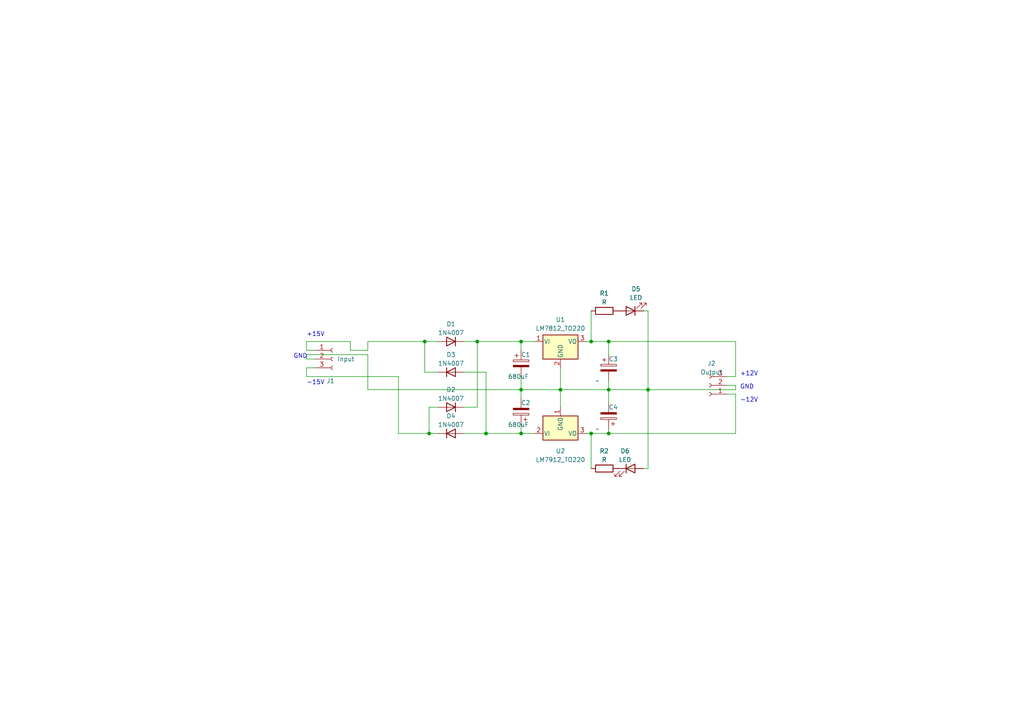
<source format=kicad_sch>
(kicad_sch (version 20230121) (generator eeschema)
  (paper "A4")
  (title_block (title "12V Dual Power Supply ") (date "16/08/2023"))
  (lib_symbols
    (symbol "Connector:Conn_01x03_Socket" (pin_names (offset 1.016) hide)
      (property "Reference" "J" (at 0 5.08 0))
      (property "Value" "Conn_01x03_Socket" (at 0 -5.08 0))
      (symbol "Conn_01x03_Socket_1_1"
        (arc (start 0 -2.032) (mid -0.5058 -2.54) (end 0 -3.048) (stroke (width 0.1524)))
        (polyline (pts (xy -1.27 -2.54) (xy -0.508 -2.54)) (stroke (width 0.1524)))
        (polyline (pts (xy -1.27 0) (xy -0.508 0)) (stroke (width 0.1524)))
        (polyline (pts (xy -1.27 2.54) (xy -0.508 2.54)) (stroke (width 0.1524)))
        (arc (start 0 0.508) (mid -0.5058 0) (end 0 -0.508) (stroke (width 0.1524)))
        (arc (start 0 3.048) (mid -0.5058 2.54) (end 0 2.032) (stroke (width 0.1524)))
        (pin passive line (at -5.08 2.54 0) (length 3.81) (name "Pin_1") (number "1"))
        (pin passive line (at -5.08 0 0) (length 3.81) (name "Pin_2") (number "2"))
        (pin passive line (at -5.08 -2.54 0) (length 3.81) (name "Pin_3") (number "3"))
      )
    )
    (symbol "Device:C_Polarized" (pin_numbers hide) (pin_names (offset 0.254))
      (property "Reference" "C" (at 0.635 2.54 0))
      (property "Value" "C_Polarized" (at 0.635 -2.54 0))
      (symbol "C_Polarized_0_1"
        (rectangle (start -2.286 0.508) (end 2.286 1.016))
        (polyline (pts (xy -1.778 2.286) (xy -0.762 2.286)))
        (polyline (pts (xy -1.27 2.794) (xy -1.27 1.778)))
        (rectangle (start 2.286 -0.508) (end -2.286 -1.016) (fill (type outline)))
      )
      (symbol "C_Polarized_1_1"
        (pin passive line (at 0 3.81 270) (length 2.794) (name "~") (number "1"))
        (pin passive line (at 0 -3.81 90) (length 2.794) (name "~") (number "2"))
      )
    )
    (symbol "Device:LED" (pin_numbers hide) (pin_names (offset 1.016) hide)
      (property "Reference" "D" (at 0 2.54 0))
      (property "Value" "LED" (at 0 -2.54 0))
      (symbol "LED_0_1"
        (polyline (pts (xy -1.27 -1.27) (xy -1.27 1.27)) (stroke (width 0.254)))
        (polyline (pts (xy -1.27 0) (xy 1.27 0)))
        (polyline (pts (xy 1.27 -1.27) (xy 1.27 1.27) (xy -1.27 0) (xy 1.27 -1.27)) (stroke (width 0.254)))
        (polyline (pts (xy -3.048 -0.762) (xy -4.572 -2.286) (xy -3.81 -2.286) (xy -4.572 -2.286) (xy -4.572 -1.524)))
        (polyline (pts (xy -1.778 -0.762) (xy -3.302 -2.286) (xy -2.54 -2.286) (xy -3.302 -2.286) (xy -3.302 -1.524)))
      )
      (symbol "LED_1_1"
        (pin passive line (at -3.81 0 0) (length 2.54) (name "K") (number "1"))
        (pin passive line (at 3.81 0 180) (length 2.54) (name "A") (number "2"))
      )
    )
    (symbol "Device:R" (pin_numbers hide) (pin_names (offset 0))
      (property "Reference" "R" (at 2.032 0 90))
      (property "Value" "R" (at 0 0 90))
      (symbol "R_0_1"
        (rectangle (start -1.016 -2.54) (end 1.016 2.54) (stroke (width 0.254)))
      )
      (symbol "R_1_1"
        (pin passive line (at 0 3.81 270) (length 1.27) (name "~") (number "1"))
        (pin passive line (at 0 -3.81 90) (length 1.27) (name "~") (number "2"))
      )
    )
    (symbol "Diode:1N4007" (pin_numbers hide) (pin_names hide)
      (property "Reference" "D" (at 0 2.54 0))
      (property "Value" "1N4007" (at 0 -2.54 0))
      (symbol "1N4007_0_1"
        (polyline (pts (xy -1.27 1.27) (xy -1.27 -1.27)) (stroke (width 0.254)))
        (polyline (pts (xy 1.27 0) (xy -1.27 0)))
        (polyline (pts (xy 1.27 1.27) (xy 1.27 -1.27) (xy -1.27 0) (xy 1.27 1.27)) (stroke (width 0.254)))
      )
      (symbol "1N4007_1_1"
        (pin passive line (at -3.81 0 0) (length 2.54) (name "K") (number "1"))
        (pin passive line (at 3.81 0 180) (length 2.54) (name "A") (number "2"))
      )
    )
    (symbol "Regulator_Linear:LM7812_TO220" (pin_names (offset 0.254))
      (property "Reference" "U" (at -3.81 3.175 0))
      (property "Value" "LM7812_TO220" (at 0 3.175 0))
      (symbol "LM7812_TO220_0_1"
        (rectangle (start -5.08 1.905) (end 5.08 -5.08) (stroke (width 0.254)) (fill (type background)))
      )
      (symbol "LM7812_TO220_1_1"
        (pin power_in line (at -7.62 0 0) (length 2.54) (name "VI") (number "1"))
        (pin power_in line (at 0 -7.62 90) (length 2.54) (name "GND") (number "2"))
        (pin power_out line (at 7.62 0 180) (length 2.54) (name "VO") (number "3"))
      )
    )
    (symbol "Regulator_Linear:LM7912_TO220" (pin_names (offset 0.254))
      (property "Reference" "U" (at -3.81 -3.175 0))
      (property "Value" "LM7912_TO220" (at 0 -3.175 0))
      (symbol "LM7912_TO220_0_1"
        (rectangle (start -5.08 5.08) (end 5.08 -1.905) (stroke (width 0.254)) (fill (type background)))
      )
      (symbol "LM7912_TO220_1_1"
        (pin power_in line (at 0 7.62 270) (length 2.54) (name "GND") (number "1"))
        (pin power_in line (at -7.62 0 0) (length 2.54) (name "VI") (number "2"))
        (pin power_out line (at 7.62 0 180) (length 2.54) (name "VO") (number "3"))
      )
    )
  )
  (junction (at 176.53 99.06))
  (junction (at 162.56 113.03))
  (junction (at 140.97 125.73))
  (junction (at 176.53 125.73))
  (junction (at 151.13 99.06))
  (junction (at 176.53 113.03))
  (junction (at 124.46 125.73))
  (junction (at 171.45 125.73))
  (junction (at 151.13 125.73))
  (junction (at 138.43 99.06))
  (junction (at 123.19 99.06))
  (junction (at 187.96 113.03))
  (junction (at 151.13 113.03))
  (junction (at 171.45 99.06))
  (wire (pts (xy 140.97 107.95) (xy 140.97 125.73)))
  (wire (pts (xy 186.69 135.89) (xy 187.96 135.89)))
  (wire (pts (xy 171.45 99.06) (xy 176.53 99.06)))
  (wire (pts (xy 88.9 106.68) (xy 91.44 106.68)))
  (wire (pts (xy 88.9 109.22) (xy 88.9 106.68)))
  (wire (pts (xy 213.36 113.03) (xy 213.36 111.76)))
  (wire (pts (xy 123.19 107.95) (xy 127 107.95)))
  (wire (pts (xy 176.53 99.06) (xy 176.53 102.87)))
  (wire (pts (xy 170.18 99.06) (xy 171.45 99.06)))
  (wire (pts (xy 88.9 101.6) (xy 91.44 101.6)))
  (wire (pts (xy 124.46 118.11) (xy 127 118.11)))
  (wire (pts (xy 176.53 113.03) (xy 187.96 113.03)))
  (wire (pts (xy 176.53 124.46) (xy 176.53 125.73)))
  (wire (pts (xy 151.13 125.73) (xy 151.13 123.19)))
  (wire (pts (xy 176.53 125.73) (xy 213.36 125.73)))
  (wire (pts (xy 187.96 90.17) (xy 187.96 113.03)))
  (wire (pts (xy 151.13 109.22) (xy 151.13 113.03)))
  (wire (pts (xy 88.9 99.06) (xy 88.9 101.6)))
  (wire (pts (xy 151.13 99.06) (xy 151.13 101.6)))
  (wire (pts (xy 176.53 99.06) (xy 213.36 99.06)))
  (wire (pts (xy 187.96 135.89) (xy 187.96 113.03)))
  (wire (pts (xy 106.68 99.06) (xy 106.68 101.6)))
  (wire (pts (xy 138.43 99.06) (xy 138.43 118.11)))
  (wire (pts (xy 115.57 109.22) (xy 88.9 109.22)))
  (wire (pts (xy 213.36 114.3) (xy 210.82 114.3)))
  (wire (pts (xy 151.13 113.03) (xy 151.13 115.57)))
  (wire (pts (xy 140.97 125.73) (xy 151.13 125.73)))
  (wire (pts (xy 213.36 99.06) (xy 213.36 109.22)))
  (wire (pts (xy 123.19 99.06) (xy 127 99.06)))
  (wire (pts (xy 213.36 125.73) (xy 213.36 114.3)))
  (wire (pts (xy 106.68 113.03) (xy 151.13 113.03)))
  (wire (pts (xy 127 125.73) (xy 124.46 125.73)))
  (wire (pts (xy 176.53 113.03) (xy 176.53 116.84)))
  (wire (pts (xy 106.68 102.87) (xy 88.9 102.87)))
  (wire (pts (xy 171.45 125.73) (xy 176.53 125.73)))
  (wire (pts (xy 176.53 110.49) (xy 176.53 113.03)))
  (wire (pts (xy 134.62 107.95) (xy 140.97 107.95)))
  (wire (pts (xy 154.94 99.06) (xy 151.13 99.06)))
  (wire (pts (xy 151.13 113.03) (xy 162.56 113.03)))
  (wire (pts (xy 101.6 99.06) (xy 88.9 99.06)))
  (wire (pts (xy 186.69 90.17) (xy 187.96 90.17)))
  (wire (pts (xy 88.9 104.14) (xy 91.44 104.14)))
  (wire (pts (xy 106.68 99.06) (xy 123.19 99.06)))
  (wire (pts (xy 88.9 102.87) (xy 88.9 104.14)))
  (wire (pts (xy 162.56 113.03) (xy 176.53 113.03)))
  (wire (pts (xy 124.46 125.73) (xy 124.46 118.11)))
  (wire (pts (xy 171.45 90.17) (xy 171.45 99.06)))
  (wire (pts (xy 154.94 125.73) (xy 151.13 125.73)))
  (wire (pts (xy 106.68 102.87) (xy 106.68 113.03)))
  (wire (pts (xy 187.96 113.03) (xy 213.36 113.03)))
  (wire (pts (xy 134.62 99.06) (xy 138.43 99.06)))
  (wire (pts (xy 138.43 99.06) (xy 151.13 99.06)))
  (wire (pts (xy 162.56 106.68) (xy 162.56 113.03)))
  (wire (pts (xy 171.45 125.73) (xy 171.45 135.89)))
  (wire (pts (xy 140.97 125.73) (xy 134.62 125.73)))
  (wire (pts (xy 162.56 113.03) (xy 162.56 118.11)))
  (wire (pts (xy 170.18 125.73) (xy 171.45 125.73)))
  (wire (pts (xy 213.36 109.22) (xy 210.82 109.22)))
  (wire (pts (xy 123.19 99.06) (xy 123.19 107.95)))
  (wire (pts (xy 101.6 101.6) (xy 101.6 99.06)))
  (wire (pts (xy 106.68 101.6) (xy 101.6 101.6)))
  (wire (pts (xy 115.57 109.22) (xy 115.57 125.73)))
  (wire (pts (xy 213.36 111.76) (xy 210.82 111.76)))
  (wire (pts (xy 115.57 125.73) (xy 124.46 125.73)))
  (wire (pts (xy 138.43 118.11) (xy 134.62 118.11)))
  (text "+12V\n" (at 214.63 109.22 0) (effects (font (size 1.27 1.27)) (justify left bottom)))
  (text "-15V" (at 88.9 111.76 0) (effects (font (size 1.27 1.27)) (justify left bottom)))
  (text "GND\n" (at 214.63 113.03 0) (effects (font (size 1.27 1.27)) (justify left bottom)))
  (text "-12V" (at 214.63 116.84 0) (effects (font (size 1.27 1.27)) (justify left bottom)))
  (text "GND\n" (at 85.09 104.14 0) (effects (font (size 1.27 1.27)) (justify left bottom)))
  (text "+15V" (at 88.9 97.79 0) (effects (font (size 1.27 1.27)) (justify left bottom)))
  (symbol (lib_id "Diode:1N4007") (at 130.81 107.95 0) (unit 1)
    (property "Reference" "D3" (at 130.81 102.87 0))
    (property "Value" "1N4007" (at 130.81 105.41 0))
    (property "Footprint" "Diode_THT:D_DO-41_SOD81_P10.16mm_Horizontal" (effects hide))
    (property "Datasheet" "http://www.vishay.com/docs/88503/1n4001.pdf" (effects hide))
    (property "Sim.Device" "D" (effects hide))
    (property "Sim.Pins" "1=K 2=A" (effects hide))
  )
  (symbol (lib_id "Device:R") (at 175.26 135.89 90) (unit 1)
    (property "Reference" "R2" (at 175.26 130.81 90))
    (property "Value" "R" (at 175.26 133.35 90))
    (property "Footprint" "Resistor_THT:R_Axial_DIN0204_L3.6mm_D1.6mm_P5.08mm_Horizontal" (effects hide))
  )
  (symbol (lib_id "Diode:1N4007") (at 130.81 125.73 0) (unit 1)
    (property "Reference" "D4" (at 130.81 120.65 0))
    (property "Value" "1N4007" (at 130.81 123.19 0))
    (property "Footprint" "Diode_THT:D_DO-41_SOD81_P10.16mm_Horizontal" (effects hide))
    (property "Datasheet" "http://www.vishay.com/docs/88503/1n4001.pdf" (effects hide))
    (property "Sim.Device" "D" (effects hide))
    (property "Sim.Pins" "1=K 2=A" (effects hide))
  )
  (symbol (lib_id "Device:LED") (at 182.88 90.17 180) (unit 1)
    (property "Reference" "D5" (at 184.4675 83.82 0))
    (property "Value" "LED" (at 184.4675 86.36 0))
    (property "Footprint" "LED_THT:LED_D3.0mm" (effects hide))
  )
  (symbol (lib_id "Diode:1N4007") (at 130.81 99.06 180) (unit 1)
    (property "Reference" "D1" (at 130.81 93.98 0))
    (property "Value" "1N4007" (at 130.81 96.52 0))
    (property "Footprint" "Diode_THT:D_DO-41_SOD81_P10.16mm_Horizontal" (effects hide))
    (property "Datasheet" "http://www.vishay.com/docs/88503/1n4001.pdf" (effects hide))
    (property "Sim.Device" "D" (effects hide))
    (property "Sim.Pins" "1=K 2=A" (effects hide))
  )
  (symbol (lib_id "Device:C_Polarized") (at 151.13 105.41 0) (unit 1)
    (property "Reference" "C1" (at 151.13 102.87 0) (effects (justify left)))
    (property "Value" "680uF" (at 147.32 109.22 0) (effects (justify left)))
    (property "Footprint" "Capacitor_THT:CP_Radial_D10.0mm_P5.00mm" (effects hide))
  )
  (symbol (lib_id "Connector:Conn_01x03_Socket") (at 96.52 104.14 0) (unit 1)
    (property "Reference" "J1" (at 95.885 110.49 0))
    (property "Value" "Input" (at 100.33 104.14 0))
    (property "Footprint" "TerminalBlock_Phoenix:TerminalBlock_Phoenix_MKDS-1,5-3-5.08_1x03_P5.08mm_Horizontal" (effects hide))
  )
  (symbol (lib_id "Regulator_Linear:LM7812_TO220") (at 162.56 99.06 0) (unit 1)
    (property "Reference" "U1" (at 162.56 92.71 0))
    (property "Value" "LM7812_TO220" (at 162.56 95.25 0))
    (property "Footprint" "Package_TO_SOT_THT:TO-220-3_Vertical" (effects hide))
    (property "Datasheet" "https://www.onsemi.cn/PowerSolutions/document/MC7800-D.PDF" (effects hide))
  )
  (symbol (lib_id "Diode:1N4007") (at 130.81 118.11 180) (unit 1)
    (property "Reference" "D2" (at 130.81 113.03 0))
    (property "Value" "1N4007" (at 130.81 115.57 0))
    (property "Footprint" "Diode_THT:D_DO-41_SOD81_P10.16mm_Horizontal" (effects hide))
    (property "Datasheet" "http://www.vishay.com/docs/88503/1n4001.pdf" (effects hide))
    (property "Sim.Device" "D" (effects hide))
    (property "Sim.Pins" "1=K 2=A" (effects hide))
  )
  (symbol (lib_id "Device:C_Polarized") (at 176.53 106.68 0) (unit 1)
    (property "Reference" "C3" (at 176.53 104.14 0) (effects (justify left)))
    (property "Value" "~" (at 172.72 110.49 0) (effects (justify left)))
    (property "Footprint" "Capacitor_THT:CP_Radial_D10.0mm_P5.00mm" (effects hide))
  )
  (symbol (lib_id "Device:R") (at 175.26 90.17 270) (unit 1)
    (property "Reference" "R1" (at 175.26 85.09 90))
    (property "Value" "R" (at 175.26 87.63 90))
    (property "Footprint" "Resistor_THT:R_Axial_DIN0204_L3.6mm_D1.6mm_P5.08mm_Horizontal" (effects hide))
  )
  (symbol (lib_id "Connector:Conn_01x03_Socket") (at 205.74 111.76 180) (unit 1)
    (property "Reference" "J2" (at 206.375 105.41 0))
    (property "Value" "Output" (at 206.375 107.95 0))
    (property "Footprint" "TerminalBlock_Phoenix:TerminalBlock_Phoenix_MKDS-1,5-3-5.08_1x03_P5.08mm_Horizontal" (effects hide))
  )
  (symbol (lib_id "Device:LED") (at 182.88 135.89 0) (unit 1)
    (property "Reference" "D6" (at 181.2925 130.81 0))
    (property "Value" "LED" (at 181.2925 133.35 0))
    (property "Footprint" "LED_THT:LED_D3.0mm" (effects hide))
  )
  (symbol (lib_id "Regulator_Linear:LM7912_TO220") (at 162.56 125.73 0) (unit 1)
    (property "Reference" "U2" (at 162.56 130.81 0))
    (property "Value" "LM7912_TO220" (at 162.56 133.35 0))
    (property "Footprint" "Package_TO_SOT_THT:TO-220-3_Vertical" (effects hide))
    (property "Datasheet" "hhttps://www.onsemi.com/pub/Collateral/MC7900-D.PDF" (effects hide))
  )
  (symbol (lib_id "Device:C_Polarized") (at 151.13 119.38 180) (unit 1)
    (property "Reference" "C2" (at 151.13 116.84 0) (effects (justify right)))
    (property "Value" "680uF" (at 147.32 123.19 0) (effects (justify right)))
    (property "Footprint" "Capacitor_THT:CP_Radial_D10.0mm_P5.00mm" (effects hide))
  )
  (symbol (lib_id "Device:C_Polarized") (at 176.53 120.65 180) (unit 1)
    (property "Reference" "C4" (at 176.53 118.11 0) (effects (justify right)))
    (property "Value" "~" (at 172.72 124.46 0) (effects (justify right)))
    (property "Footprint" "Capacitor_THT:CP_Radial_D10.0mm_P5.00mm" (effects hide))
  )
)
</source>
